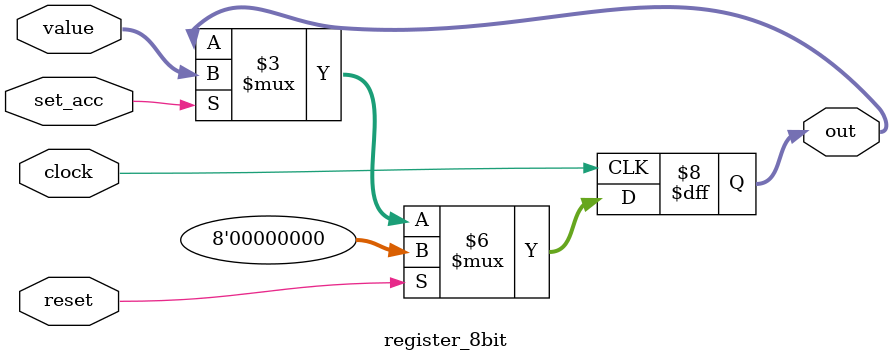
<source format=v>
`timescale 1ns / 1ps

module register_8bit(

input clock,
input reset,
input set_acc,
input [7:0]value,
output reg [7:0] out

);
    
initial begin
    out <= 8'b0;
end

always @(negedge clock)
begin
    if(reset)
        out <= 8'b0;
    else if (set_acc) begin
        out <= value;
    end
end

endmodule

</source>
